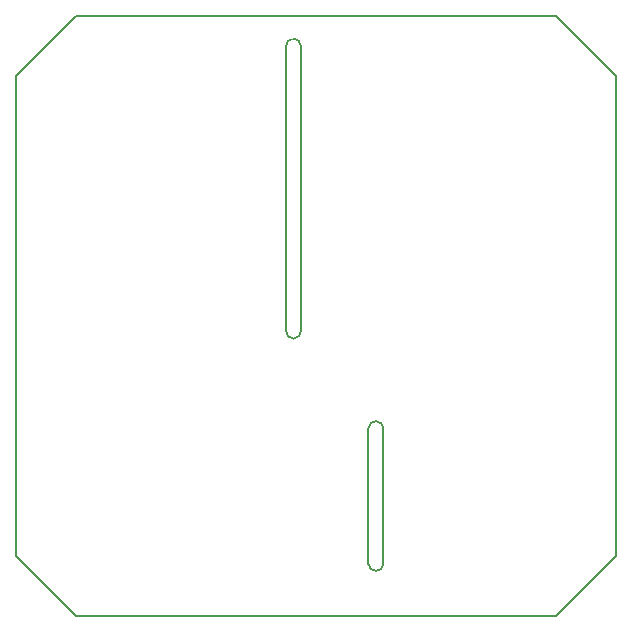
<source format=gbr>
G04 #@! TF.FileFunction,Profile,NP*
%FSLAX46Y46*%
G04 Gerber Fmt 4.6, Leading zero omitted, Abs format (unit mm)*
G04 Created by KiCad (PCBNEW 4.0.7-e2-6376~58~ubuntu17.04.1) date Sat May  5 23:35:11 2018*
%MOMM*%
%LPD*%
G01*
G04 APERTURE LIST*
%ADD10C,0.100000*%
%ADD11C,0.150000*%
G04 APERTURE END LIST*
D10*
D11*
X196215000Y-120015000D02*
X196215000Y-95885000D01*
X197485000Y-120015000D02*
X197485000Y-95885000D01*
X178435000Y-93345000D02*
X219075000Y-93345000D01*
X219075000Y-144145000D02*
X178435000Y-144145000D01*
X224155000Y-139065000D02*
X224155000Y-98425000D01*
X219075000Y-93345000D02*
X224155000Y-98425000D01*
X173355000Y-98425000D02*
X173355000Y-139065000D01*
X178435000Y-93345000D02*
X173355000Y-98425000D01*
X178435000Y-144145000D02*
X173355000Y-139065000D01*
X224155000Y-139065000D02*
X219075000Y-144145000D01*
X203200000Y-139700000D02*
G75*
G03X203835000Y-140335000I635000J0D01*
G01*
X203835000Y-140335000D02*
G75*
G03X204470000Y-139700000I0J635000D01*
G01*
X204470000Y-128270000D02*
G75*
G03X203835000Y-127635000I-635000J0D01*
G01*
X203835000Y-127635000D02*
G75*
G03X203200000Y-128270000I0J-635000D01*
G01*
X203200000Y-139700000D02*
X203200000Y-128270000D01*
X204470000Y-128270000D02*
X204470000Y-139700000D01*
X197485000Y-95885000D02*
G75*
G03X196850000Y-95250000I-635000J0D01*
G01*
X196850000Y-95250000D02*
G75*
G03X196215000Y-95885000I0J-635000D01*
G01*
X196850000Y-120650000D02*
G75*
G03X197485000Y-120015000I0J635000D01*
G01*
X196215000Y-120015000D02*
G75*
G03X196850000Y-120650000I635000J0D01*
G01*
M02*

</source>
